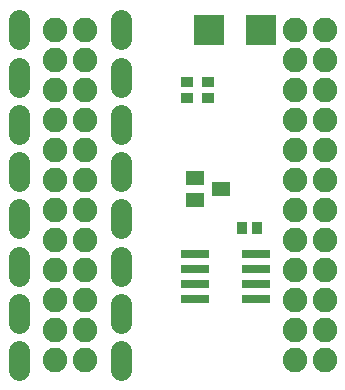
<source format=gbs>
G75*
%MOIN*%
%OFA0B0*%
%FSLAX25Y25*%
%IPPOS*%
%LPD*%
%AMOC8*
5,1,8,0,0,1.08239X$1,22.5*
%
%ADD10R,0.03556X0.04343*%
%ADD11R,0.06312X0.04737*%
%ADD12C,0.07137*%
%ADD13C,0.08200*%
%ADD14R,0.09461X0.03162*%
%ADD15R,0.10249X0.10249*%
%ADD16R,0.04343X0.03556*%
D10*
X0319441Y0277500D03*
X0324559Y0277500D03*
D11*
X0312331Y0290500D03*
X0303669Y0294240D03*
X0303669Y0286760D03*
D12*
X0245071Y0236550D02*
X0245071Y0230213D01*
X0245071Y0245961D02*
X0245071Y0252298D01*
X0245071Y0261709D02*
X0245071Y0268046D01*
X0245071Y0277457D02*
X0245071Y0283794D01*
X0245071Y0293206D02*
X0245071Y0299543D01*
X0245071Y0308954D02*
X0245071Y0315291D01*
X0245071Y0324702D02*
X0245071Y0331039D01*
X0245071Y0340450D02*
X0245071Y0346787D01*
X0278929Y0346787D02*
X0278929Y0340450D01*
X0278929Y0331039D02*
X0278929Y0324702D01*
X0278929Y0315291D02*
X0278929Y0308954D01*
X0278929Y0299543D02*
X0278929Y0293206D01*
X0278929Y0283794D02*
X0278929Y0277457D01*
X0278929Y0268046D02*
X0278929Y0261709D01*
X0278929Y0252298D02*
X0278929Y0245961D01*
X0278929Y0236550D02*
X0278929Y0230213D01*
D13*
X0267000Y0233500D03*
X0257000Y0233500D03*
X0257000Y0243500D03*
X0257000Y0253500D03*
X0257000Y0263500D03*
X0267000Y0263500D03*
X0267000Y0253500D03*
X0267000Y0243500D03*
X0267000Y0273500D03*
X0267000Y0283500D03*
X0257000Y0283500D03*
X0257000Y0273500D03*
X0257000Y0293500D03*
X0257000Y0303500D03*
X0267000Y0303500D03*
X0267000Y0293500D03*
X0267000Y0313500D03*
X0267000Y0323500D03*
X0267000Y0333500D03*
X0257000Y0333500D03*
X0257000Y0323500D03*
X0257000Y0313500D03*
X0257000Y0343500D03*
X0267000Y0343500D03*
X0337000Y0343500D03*
X0347000Y0343500D03*
X0347000Y0333500D03*
X0347000Y0323500D03*
X0347000Y0313500D03*
X0337000Y0313500D03*
X0337000Y0323500D03*
X0337000Y0333500D03*
X0337000Y0303500D03*
X0337000Y0293500D03*
X0347000Y0293500D03*
X0347000Y0303500D03*
X0347000Y0283500D03*
X0347000Y0273500D03*
X0337000Y0273500D03*
X0337000Y0283500D03*
X0337000Y0263500D03*
X0337000Y0253500D03*
X0337000Y0243500D03*
X0347000Y0243500D03*
X0347000Y0253500D03*
X0347000Y0263500D03*
X0347000Y0233500D03*
X0337000Y0233500D03*
D14*
X0324236Y0254000D03*
X0324236Y0259000D03*
X0324236Y0264000D03*
X0324236Y0269000D03*
X0303764Y0269000D03*
X0303764Y0264000D03*
X0303764Y0259000D03*
X0303764Y0254000D03*
D15*
X0308339Y0343500D03*
X0325661Y0343500D03*
D16*
X0308000Y0326059D03*
X0308000Y0320941D03*
X0301000Y0320941D03*
X0301000Y0326059D03*
M02*

</source>
